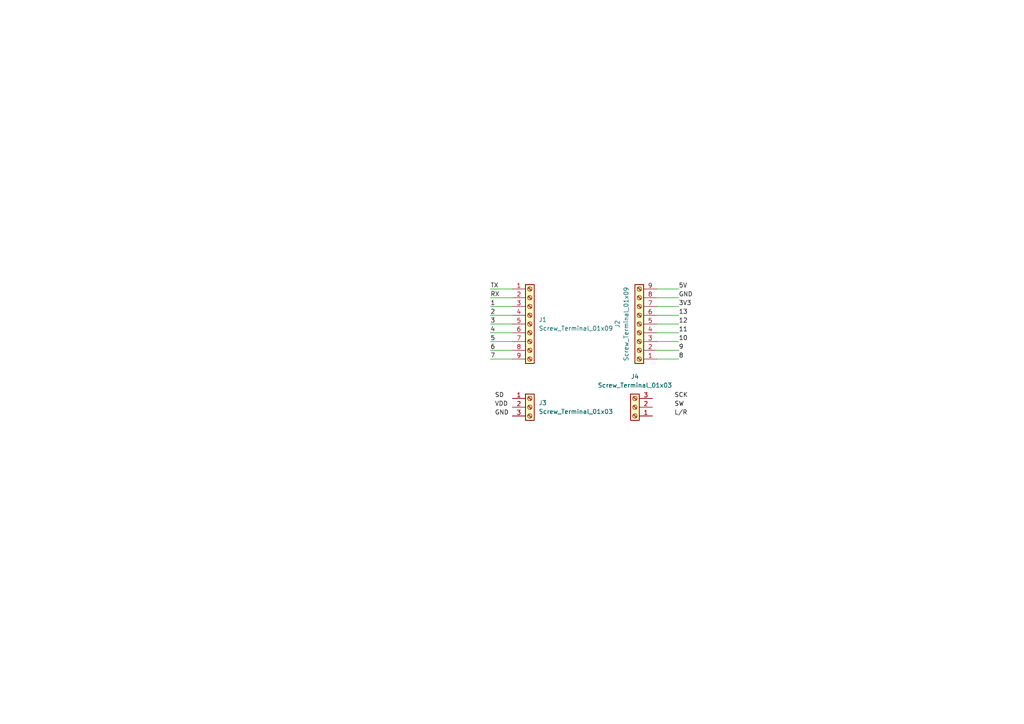
<source format=kicad_sch>
(kicad_sch (version 20231120) (generator "eeschema") (generator_version "8.0")
  (paper "A4")
  (lib_symbols
    (symbol "Connector:Screw_Terminal_01x03" (pin_names (offset 1.016) hide)
      (property "Reference" "J" (at 0 5.08 0))
      (property "Value" "Screw_Terminal_01x03" (at 0 -5.08 0))
      (symbol "Screw_Terminal_01x03_1_1"
        (rectangle (start -1.27 3.81) (end 1.27 -3.81) (stroke (width 0.254)) (fill (type background)))
        (circle (center 0 -2.54) (radius 0.635) (stroke (width 0.1524)))
        (polyline (pts (xy -0.5334 -2.2098) (xy 0.3302 -3.048)) (stroke (width 0.1524)))
        (polyline (pts (xy -0.5334 0.3302) (xy 0.3302 -0.508)) (stroke (width 0.1524)))
        (polyline (pts (xy -0.5334 2.8702) (xy 0.3302 2.032)) (stroke (width 0.1524)))
        (polyline (pts (xy -0.3556 -2.032) (xy 0.508 -2.8702)) (stroke (width 0.1524)))
        (polyline (pts (xy -0.3556 0.508) (xy 0.508 -0.3302)) (stroke (width 0.1524)))
        (polyline (pts (xy -0.3556 3.048) (xy 0.508 2.2098)) (stroke (width 0.1524)))
        (circle (center 0 0) (radius 0.635) (stroke (width 0.1524)))
        (circle (center 0 2.54) (radius 0.635) (stroke (width 0.1524)))
        (pin passive line (at -5.08 2.54 0) (length 3.81) (name "Pin_1") (number "1"))
        (pin passive line (at -5.08 0 0) (length 3.81) (name "Pin_2") (number "2"))
        (pin passive line (at -5.08 -2.54 0) (length 3.81) (name "Pin_3") (number "3"))
      )
    )
    (symbol "Connector:Screw_Terminal_01x09" (pin_names (offset 1.016) hide)
      (property "Reference" "J" (at 0 12.7 0))
      (property "Value" "Screw_Terminal_01x09" (at 0 -12.7 0))
      (symbol "Screw_Terminal_01x09_1_1"
        (rectangle (start -1.27 11.43) (end 1.27 -11.43) (stroke (width 0.254)) (fill (type background)))
        (circle (center 0 -10.16) (radius 0.635) (stroke (width 0.1524)))
        (circle (center 0 -7.62) (radius 0.635) (stroke (width 0.1524)))
        (circle (center 0 -5.08) (radius 0.635) (stroke (width 0.1524)))
        (circle (center 0 -2.54) (radius 0.635) (stroke (width 0.1524)))
        (polyline (pts (xy -0.5334 -9.8298) (xy 0.3302 -10.668)) (stroke (width 0.1524)))
        (polyline (pts (xy -0.5334 -7.2898) (xy 0.3302 -8.128)) (stroke (width 0.1524)))
        (polyline (pts (xy -0.5334 -4.7498) (xy 0.3302 -5.588)) (stroke (width 0.1524)))
        (polyline (pts (xy -0.5334 -2.2098) (xy 0.3302 -3.048)) (stroke (width 0.1524)))
        (polyline (pts (xy -0.5334 0.3302) (xy 0.3302 -0.508)) (stroke (width 0.1524)))
        (polyline (pts (xy -0.5334 2.8702) (xy 0.3302 2.032)) (stroke (width 0.1524)))
        (polyline (pts (xy -0.5334 5.4102) (xy 0.3302 4.572)) (stroke (width 0.1524)))
        (polyline (pts (xy -0.5334 7.9502) (xy 0.3302 7.112)) (stroke (width 0.1524)))
        (polyline (pts (xy -0.5334 10.4902) (xy 0.3302 9.652)) (stroke (width 0.1524)))
        (polyline (pts (xy -0.3556 -9.652) (xy 0.508 -10.4902)) (stroke (width 0.1524)))
        (polyline (pts (xy -0.3556 -7.112) (xy 0.508 -7.9502)) (stroke (width 0.1524)))
        (polyline (pts (xy -0.3556 -4.572) (xy 0.508 -5.4102)) (stroke (width 0.1524)))
        (polyline (pts (xy -0.3556 -2.032) (xy 0.508 -2.8702)) (stroke (width 0.1524)))
        (polyline (pts (xy -0.3556 0.508) (xy 0.508 -0.3302)) (stroke (width 0.1524)))
        (polyline (pts (xy -0.3556 3.048) (xy 0.508 2.2098)) (stroke (width 0.1524)))
        (polyline (pts (xy -0.3556 5.588) (xy 0.508 4.7498)) (stroke (width 0.1524)))
        (polyline (pts (xy -0.3556 8.128) (xy 0.508 7.2898)) (stroke (width 0.1524)))
        (polyline (pts (xy -0.3556 10.668) (xy 0.508 9.8298)) (stroke (width 0.1524)))
        (circle (center 0 0) (radius 0.635) (stroke (width 0.1524)))
        (circle (center 0 2.54) (radius 0.635) (stroke (width 0.1524)))
        (circle (center 0 5.08) (radius 0.635) (stroke (width 0.1524)))
        (circle (center 0 7.62) (radius 0.635) (stroke (width 0.1524)))
        (circle (center 0 10.16) (radius 0.635) (stroke (width 0.1524)))
        (pin passive line (at -5.08 10.16 0) (length 3.81) (name "Pin_1") (number "1"))
        (pin passive line (at -5.08 7.62 0) (length 3.81) (name "Pin_2") (number "2"))
        (pin passive line (at -5.08 5.08 0) (length 3.81) (name "Pin_3") (number "3"))
        (pin passive line (at -5.08 2.54 0) (length 3.81) (name "Pin_4") (number "4"))
        (pin passive line (at -5.08 0 0) (length 3.81) (name "Pin_5") (number "5"))
        (pin passive line (at -5.08 -2.54 0) (length 3.81) (name "Pin_6") (number "6"))
        (pin passive line (at -5.08 -5.08 0) (length 3.81) (name "Pin_7") (number "7"))
        (pin passive line (at -5.08 -7.62 0) (length 3.81) (name "Pin_8") (number "8"))
        (pin passive line (at -5.08 -10.16 0) (length 3.81) (name "Pin_9") (number "9"))
      )
    )
  )
  (wire (pts (xy 190.5 83.82) (xy 196.85 83.82)))
  (wire (pts (xy 190.5 88.9) (xy 196.85 88.9)))
  (wire (pts (xy 142.24 99.06) (xy 148.59 99.06)))
  (wire (pts (xy 142.24 104.14) (xy 148.59 104.14)))
  (wire (pts (xy 190.5 99.06) (xy 196.85 99.06)))
  (wire (pts (xy 190.5 104.14) (xy 196.85 104.14)))
  (wire (pts (xy 190.5 93.98) (xy 196.85 93.98)))
  (wire (pts (xy 190.5 86.36) (xy 196.85 86.36)))
  (wire (pts (xy 142.24 101.6) (xy 148.59 101.6)))
  (wire (pts (xy 142.24 88.9) (xy 148.59 88.9)))
  (wire (pts (xy 190.5 101.6) (xy 196.85 101.6)))
  (wire (pts (xy 142.24 96.52) (xy 148.59 96.52)))
  (wire (pts (xy 142.24 83.82) (xy 148.59 83.82)))
  (wire (pts (xy 142.24 91.44) (xy 148.59 91.44)))
  (wire (pts (xy 190.5 96.52) (xy 196.85 96.52)))
  (wire (pts (xy 142.24 86.36) (xy 148.59 86.36)))
  (wire (pts (xy 142.24 93.98) (xy 148.59 93.98)))
  (wire (pts (xy 190.5 91.44) (xy 196.85 91.44)))
  (label "L{slash}R" (at 195.58 120.65 0))
  (label "12" (at 196.85 93.98 0))
  (label "8" (at 196.85 104.14 0))
  (label "TX" (at 142.24 83.82 0))
  (label "7" (at 142.24 104.14 0))
  (label "5" (at 142.24 99.06 0))
  (label "2" (at 142.24 91.44 0))
  (label "11" (at 196.85 96.52 0))
  (label "RX" (at 142.24 86.36 0))
  (label "13" (at 196.85 91.44 0))
  (label "GND" (at 143.51 120.65 0))
  (label "4" (at 142.24 96.52 0))
  (label "5V" (at 196.85 83.82 0))
  (label "SW" (at 195.58 118.11 0))
  (label "SCK" (at 195.58 115.57 0))
  (label "SD" (at 143.51 115.57 0))
  (label "1" (at 142.24 88.9 0))
  (label "VDD" (at 143.51 118.11 0))
  (label "10" (at 196.85 99.06 0))
  (label "9" (at 196.85 101.6 0))
  (label "6" (at 142.24 101.6 0))
  (label "3V3" (at 196.85 88.9 0))
  (label "GND" (at 196.85 86.36 0))
  (label "3" (at 142.24 93.98 0))
  (symbol (lib_id "Connector:Screw_Terminal_01x09") (at 153.67 93.98 0) (unit 1)
    (property "Reference" "J1" (at 156.21 92.7099 0) (effects (justify left)))
    (property "Value" "Screw_Terminal_01x09" (at 156.21 95.2499 0) (effects (justify left)))
    (property "Description" "Generic screw terminal, single row, 01x09, script generated (kicad-library-utils/schlib/autogen/connector/)" (effects (hide yes)))
  )
  (symbol (lib_id "Connector:Screw_Terminal_01x03") (at 184.15 118.11 180) (unit 1)
    (property "Reference" "J4" (at 184.15 109.22 0))
    (property "Value" "Screw_Terminal_01x03" (at 184.15 111.76 0))
    (property "Description" "Generic screw terminal, single row, 01x03, script generated (kicad-library-utils/schlib/autogen/connector/)" (effects (hide yes)))
  )
  (symbol (lib_id "Connector:Screw_Terminal_01x03") (at 153.67 118.11 0) (unit 1)
    (property "Reference" "J3" (at 156.21 116.8399 0) (effects (justify left)))
    (property "Value" "Screw_Terminal_01x03" (at 156.21 119.3799 0) (effects (justify left)))
    (property "Description" "Generic screw terminal, single row, 01x03, script generated (kicad-library-utils/schlib/autogen/connector/)" (effects (hide yes)))
  )
  (symbol (lib_id "Connector:Screw_Terminal_01x09") (at 185.42 93.98 180) (unit 1)
    (property "Reference" "J2" (at 179.07 93.98 90))
    (property "Value" "Screw_Terminal_01x09" (at 181.61 93.98 90))
    (property "Description" "Generic screw terminal, single row, 01x09, script generated (kicad-library-utils/schlib/autogen/connector/)" (effects (hide yes)))
  )
)
</source>
